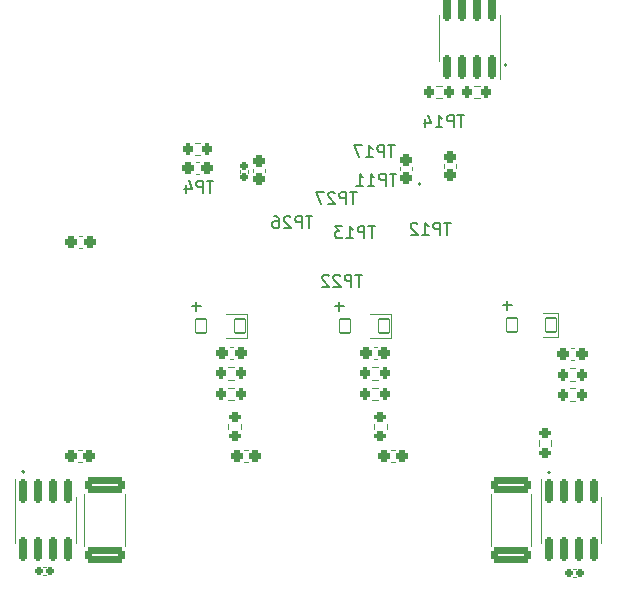
<source format=gbo>
G04 #@! TF.GenerationSoftware,KiCad,Pcbnew,(6.0.2)*
G04 #@! TF.CreationDate,2022-07-31T17:20:06+02:00*
G04 #@! TF.ProjectId,progetto_motor_controller,70726f67-6574-4746-9f5f-6d6f746f725f,rev?*
G04 #@! TF.SameCoordinates,Original*
G04 #@! TF.FileFunction,Legend,Bot*
G04 #@! TF.FilePolarity,Positive*
%FSLAX46Y46*%
G04 Gerber Fmt 4.6, Leading zero omitted, Abs format (unit mm)*
G04 Created by KiCad (PCBNEW (6.0.2)) date 2022-07-31 17:20:06*
%MOMM*%
%LPD*%
G01*
G04 APERTURE LIST*
G04 Aperture macros list*
%AMRoundRect*
0 Rectangle with rounded corners*
0 $1 Rounding radius*
0 $2 $3 $4 $5 $6 $7 $8 $9 X,Y pos of 4 corners*
0 Add a 4 corners polygon primitive as box body*
4,1,4,$2,$3,$4,$5,$6,$7,$8,$9,$2,$3,0*
0 Add four circle primitives for the rounded corners*
1,1,$1+$1,$2,$3*
1,1,$1+$1,$4,$5*
1,1,$1+$1,$6,$7*
1,1,$1+$1,$8,$9*
0 Add four rect primitives between the rounded corners*
20,1,$1+$1,$2,$3,$4,$5,0*
20,1,$1+$1,$4,$5,$6,$7,0*
20,1,$1+$1,$6,$7,$8,$9,0*
20,1,$1+$1,$8,$9,$2,$3,0*%
%AMFreePoly0*
4,1,14,0.124905,0.140800,0.304905,-0.034700,0.320000,-0.070500,0.320000,-0.105000,0.305355,-0.140355,0.270000,-0.155000,-0.090000,-0.155000,-0.125355,-0.140355,-0.140000,-0.105000,-0.140000,0.105000,-0.125355,0.140355,-0.090000,0.155000,0.090000,0.155000,0.124905,0.140800,0.124905,0.140800,$1*%
%AMFreePoly1*
4,1,14,0.125355,0.140355,0.140000,0.105000,0.140000,-0.105000,0.125355,-0.140355,0.090000,-0.155000,-0.270000,-0.155000,-0.305355,-0.140355,-0.320000,-0.105000,-0.320000,-0.070500,-0.304905,-0.034700,-0.124905,0.140800,-0.090000,0.155000,0.090000,0.155000,0.125355,0.140355,0.125355,0.140355,$1*%
G04 Aperture macros list end*
%ADD10C,0.200000*%
%ADD11C,0.153000*%
%ADD12C,0.150000*%
%ADD13C,0.120000*%
%ADD14C,0.000000*%
%ADD15O,1.350000X1.050000*%
%ADD16O,0.990000X1.650000*%
%ADD17C,0.900000*%
%ADD18C,6.500000*%
%ADD19RoundRect,0.050000X1.200000X-1.200000X1.200000X1.200000X-1.200000X1.200000X-1.200000X-1.200000X0*%
%ADD20C,2.500000*%
%ADD21RoundRect,0.050000X-1.300000X-1.300000X1.300000X-1.300000X1.300000X1.300000X-1.300000X1.300000X0*%
%ADD22C,2.700000*%
%ADD23RoundRect,0.050000X-0.850000X0.850000X-0.850000X-0.850000X0.850000X-0.850000X0.850000X0.850000X0*%
%ADD24O,1.800000X1.800000*%
%ADD25C,1.100000*%
%ADD26RoundRect,0.275000X0.225000X0.250000X-0.225000X0.250000X-0.225000X-0.250000X0.225000X-0.250000X0*%
%ADD27RoundRect,0.275000X0.250000X-0.225000X0.250000X0.225000X-0.250000X0.225000X-0.250000X-0.225000X0*%
%ADD28RoundRect,0.300000X1.425000X-0.362500X1.425000X0.362500X-1.425000X0.362500X-1.425000X-0.362500X0*%
%ADD29RoundRect,0.050000X0.450000X0.600000X-0.450000X0.600000X-0.450000X-0.600000X0.450000X-0.600000X0*%
%ADD30RoundRect,0.200000X-0.150000X0.825000X-0.150000X-0.825000X0.150000X-0.825000X0.150000X0.825000X0*%
%ADD31RoundRect,0.250000X-0.200000X-0.275000X0.200000X-0.275000X0.200000X0.275000X-0.200000X0.275000X0*%
%ADD32RoundRect,0.250000X0.200000X0.275000X-0.200000X0.275000X-0.200000X-0.275000X0.200000X-0.275000X0*%
%ADD33RoundRect,0.250000X0.275000X-0.200000X0.275000X0.200000X-0.275000X0.200000X-0.275000X-0.200000X0*%
%ADD34FreePoly0,0.000000*%
%ADD35FreePoly1,180.000000*%
%ADD36FreePoly0,180.000000*%
%ADD37FreePoly1,0.000000*%
%ADD38RoundRect,0.050000X-0.339411X0.000000X0.000000X-0.339411X0.339411X0.000000X0.000000X0.339411X0*%
%ADD39RoundRect,0.200000X0.150000X-0.825000X0.150000X0.825000X-0.150000X0.825000X-0.150000X-0.825000X0*%
%ADD40RoundRect,0.275000X-0.225000X-0.250000X0.225000X-0.250000X0.225000X0.250000X-0.225000X0.250000X0*%
%ADD41RoundRect,0.190000X0.140000X0.170000X-0.140000X0.170000X-0.140000X-0.170000X0.140000X-0.170000X0*%
%ADD42RoundRect,0.190000X-0.140000X-0.170000X0.140000X-0.170000X0.140000X0.170000X-0.140000X0.170000X0*%
%ADD43RoundRect,0.190000X0.170000X-0.140000X0.170000X0.140000X-0.170000X0.140000X-0.170000X-0.140000X0*%
G04 APERTURE END LIST*
D10*
X125550000Y-102100000D02*
G75*
G03*
X125550000Y-102100000I-100000J0D01*
G01*
X92000000Y-126500000D02*
G75*
G03*
X92000000Y-126500000I-100000J0D01*
G01*
X132850000Y-92050000D02*
G75*
G03*
X132850000Y-92050000I-100000J0D01*
G01*
X136500000Y-126550000D02*
G75*
G03*
X136500000Y-126550000I-100000J0D01*
G01*
D11*
X132519047Y-112371428D02*
X133280952Y-112371428D01*
X132900000Y-112752380D02*
X132900000Y-111990476D01*
X106169047Y-112471428D02*
X106930952Y-112471428D01*
X106550000Y-112852380D02*
X106550000Y-112090476D01*
X118269047Y-112471428D02*
X119030952Y-112471428D01*
X118650000Y-112852380D02*
X118650000Y-112090476D01*
X108011904Y-101852380D02*
X107440476Y-101852380D01*
X107726190Y-102852380D02*
X107726190Y-101852380D01*
X107107142Y-102852380D02*
X107107142Y-101852380D01*
X106726190Y-101852380D01*
X106630952Y-101900000D01*
X106583333Y-101947619D01*
X106535714Y-102042857D01*
X106535714Y-102185714D01*
X106583333Y-102280952D01*
X106630952Y-102328571D01*
X106726190Y-102376190D01*
X107107142Y-102376190D01*
X105678571Y-102185714D02*
X105678571Y-102852380D01*
X105916666Y-101804761D02*
X106154761Y-102519047D01*
X105535714Y-102519047D01*
X123488095Y-101252380D02*
X122916666Y-101252380D01*
X123202380Y-102252380D02*
X123202380Y-101252380D01*
X122583333Y-102252380D02*
X122583333Y-101252380D01*
X122202380Y-101252380D01*
X122107142Y-101300000D01*
X122059523Y-101347619D01*
X122011904Y-101442857D01*
X122011904Y-101585714D01*
X122059523Y-101680952D01*
X122107142Y-101728571D01*
X122202380Y-101776190D01*
X122583333Y-101776190D01*
X121059523Y-102252380D02*
X121630952Y-102252380D01*
X121345238Y-102252380D02*
X121345238Y-101252380D01*
X121440476Y-101395238D01*
X121535714Y-101490476D01*
X121630952Y-101538095D01*
X120107142Y-102252380D02*
X120678571Y-102252380D01*
X120392857Y-102252380D02*
X120392857Y-101252380D01*
X120488095Y-101395238D01*
X120583333Y-101490476D01*
X120678571Y-101538095D01*
D12*
X116388095Y-104852380D02*
X115816666Y-104852380D01*
X116102380Y-105852380D02*
X116102380Y-104852380D01*
X115483333Y-105852380D02*
X115483333Y-104852380D01*
X115102380Y-104852380D01*
X115007142Y-104900000D01*
X114959523Y-104947619D01*
X114911904Y-105042857D01*
X114911904Y-105185714D01*
X114959523Y-105280952D01*
X115007142Y-105328571D01*
X115102380Y-105376190D01*
X115483333Y-105376190D01*
X114530952Y-104947619D02*
X114483333Y-104900000D01*
X114388095Y-104852380D01*
X114150000Y-104852380D01*
X114054761Y-104900000D01*
X114007142Y-104947619D01*
X113959523Y-105042857D01*
X113959523Y-105138095D01*
X114007142Y-105280952D01*
X114578571Y-105852380D01*
X113959523Y-105852380D01*
X113102380Y-104852380D02*
X113292857Y-104852380D01*
X113388095Y-104900000D01*
X113435714Y-104947619D01*
X113530952Y-105090476D01*
X113578571Y-105280952D01*
X113578571Y-105661904D01*
X113530952Y-105757142D01*
X113483333Y-105804761D01*
X113388095Y-105852380D01*
X113197619Y-105852380D01*
X113102380Y-105804761D01*
X113054761Y-105757142D01*
X113007142Y-105661904D01*
X113007142Y-105423809D01*
X113054761Y-105328571D01*
X113102380Y-105280952D01*
X113197619Y-105233333D01*
X113388095Y-105233333D01*
X113483333Y-105280952D01*
X113530952Y-105328571D01*
X113578571Y-105423809D01*
X123338095Y-98852380D02*
X122766666Y-98852380D01*
X123052380Y-99852380D02*
X123052380Y-98852380D01*
X122433333Y-99852380D02*
X122433333Y-98852380D01*
X122052380Y-98852380D01*
X121957142Y-98900000D01*
X121909523Y-98947619D01*
X121861904Y-99042857D01*
X121861904Y-99185714D01*
X121909523Y-99280952D01*
X121957142Y-99328571D01*
X122052380Y-99376190D01*
X122433333Y-99376190D01*
X120909523Y-99852380D02*
X121480952Y-99852380D01*
X121195238Y-99852380D02*
X121195238Y-98852380D01*
X121290476Y-98995238D01*
X121385714Y-99090476D01*
X121480952Y-99138095D01*
X120576190Y-98852380D02*
X119909523Y-98852380D01*
X120338095Y-99852380D01*
D11*
X129238095Y-96302380D02*
X128666666Y-96302380D01*
X128952380Y-97302380D02*
X128952380Y-96302380D01*
X128333333Y-97302380D02*
X128333333Y-96302380D01*
X127952380Y-96302380D01*
X127857142Y-96350000D01*
X127809523Y-96397619D01*
X127761904Y-96492857D01*
X127761904Y-96635714D01*
X127809523Y-96730952D01*
X127857142Y-96778571D01*
X127952380Y-96826190D01*
X128333333Y-96826190D01*
X126809523Y-97302380D02*
X127380952Y-97302380D01*
X127095238Y-97302380D02*
X127095238Y-96302380D01*
X127190476Y-96445238D01*
X127285714Y-96540476D01*
X127380952Y-96588095D01*
X125952380Y-96635714D02*
X125952380Y-97302380D01*
X126190476Y-96254761D02*
X126428571Y-96969047D01*
X125809523Y-96969047D01*
X121688095Y-105702380D02*
X121116666Y-105702380D01*
X121402380Y-106702380D02*
X121402380Y-105702380D01*
X120783333Y-106702380D02*
X120783333Y-105702380D01*
X120402380Y-105702380D01*
X120307142Y-105750000D01*
X120259523Y-105797619D01*
X120211904Y-105892857D01*
X120211904Y-106035714D01*
X120259523Y-106130952D01*
X120307142Y-106178571D01*
X120402380Y-106226190D01*
X120783333Y-106226190D01*
X119259523Y-106702380D02*
X119830952Y-106702380D01*
X119545238Y-106702380D02*
X119545238Y-105702380D01*
X119640476Y-105845238D01*
X119735714Y-105940476D01*
X119830952Y-105988095D01*
X118926190Y-105702380D02*
X118307142Y-105702380D01*
X118640476Y-106083333D01*
X118497619Y-106083333D01*
X118402380Y-106130952D01*
X118354761Y-106178571D01*
X118307142Y-106273809D01*
X118307142Y-106511904D01*
X118354761Y-106607142D01*
X118402380Y-106654761D01*
X118497619Y-106702380D01*
X118783333Y-106702380D01*
X118878571Y-106654761D01*
X118926190Y-106607142D01*
X120138095Y-102802380D02*
X119566666Y-102802380D01*
X119852380Y-103802380D02*
X119852380Y-102802380D01*
X119233333Y-103802380D02*
X119233333Y-102802380D01*
X118852380Y-102802380D01*
X118757142Y-102850000D01*
X118709523Y-102897619D01*
X118661904Y-102992857D01*
X118661904Y-103135714D01*
X118709523Y-103230952D01*
X118757142Y-103278571D01*
X118852380Y-103326190D01*
X119233333Y-103326190D01*
X118280952Y-102897619D02*
X118233333Y-102850000D01*
X118138095Y-102802380D01*
X117900000Y-102802380D01*
X117804761Y-102850000D01*
X117757142Y-102897619D01*
X117709523Y-102992857D01*
X117709523Y-103088095D01*
X117757142Y-103230952D01*
X118328571Y-103802380D01*
X117709523Y-103802380D01*
X117376190Y-102802380D02*
X116709523Y-102802380D01*
X117138095Y-103802380D01*
X120588095Y-109802380D02*
X120016666Y-109802380D01*
X120302380Y-110802380D02*
X120302380Y-109802380D01*
X119683333Y-110802380D02*
X119683333Y-109802380D01*
X119302380Y-109802380D01*
X119207142Y-109850000D01*
X119159523Y-109897619D01*
X119111904Y-109992857D01*
X119111904Y-110135714D01*
X119159523Y-110230952D01*
X119207142Y-110278571D01*
X119302380Y-110326190D01*
X119683333Y-110326190D01*
X118730952Y-109897619D02*
X118683333Y-109850000D01*
X118588095Y-109802380D01*
X118350000Y-109802380D01*
X118254761Y-109850000D01*
X118207142Y-109897619D01*
X118159523Y-109992857D01*
X118159523Y-110088095D01*
X118207142Y-110230952D01*
X118778571Y-110802380D01*
X118159523Y-110802380D01*
X117778571Y-109897619D02*
X117730952Y-109850000D01*
X117635714Y-109802380D01*
X117397619Y-109802380D01*
X117302380Y-109850000D01*
X117254761Y-109897619D01*
X117207142Y-109992857D01*
X117207142Y-110088095D01*
X117254761Y-110230952D01*
X117826190Y-110802380D01*
X117207142Y-110802380D01*
X128088095Y-105402380D02*
X127516666Y-105402380D01*
X127802380Y-106402380D02*
X127802380Y-105402380D01*
X127183333Y-106402380D02*
X127183333Y-105402380D01*
X126802380Y-105402380D01*
X126707142Y-105450000D01*
X126659523Y-105497619D01*
X126611904Y-105592857D01*
X126611904Y-105735714D01*
X126659523Y-105830952D01*
X126707142Y-105878571D01*
X126802380Y-105926190D01*
X127183333Y-105926190D01*
X125659523Y-106402380D02*
X126230952Y-106402380D01*
X125945238Y-106402380D02*
X125945238Y-105402380D01*
X126040476Y-105545238D01*
X126135714Y-105640476D01*
X126230952Y-105688095D01*
X125278571Y-105497619D02*
X125230952Y-105450000D01*
X125135714Y-105402380D01*
X124897619Y-105402380D01*
X124802380Y-105450000D01*
X124754761Y-105497619D01*
X124707142Y-105592857D01*
X124707142Y-105688095D01*
X124754761Y-105830952D01*
X125326190Y-106402380D01*
X124707142Y-106402380D01*
D13*
X121840580Y-115890000D02*
X121559420Y-115890000D01*
X121840580Y-116910000D02*
X121559420Y-116910000D01*
X127490000Y-100740580D02*
X127490000Y-100459420D01*
X128510000Y-100740580D02*
X128510000Y-100459420D01*
X97090000Y-132727064D02*
X97090000Y-128372936D01*
X100510000Y-132727064D02*
X100510000Y-128372936D01*
X123340580Y-125660000D02*
X123059420Y-125660000D01*
X123340580Y-124640000D02*
X123059420Y-124640000D01*
X110850000Y-113150000D02*
X110850000Y-115150000D01*
X110850000Y-115150000D02*
X109100000Y-115150000D01*
X110850000Y-113150000D02*
X109100000Y-113150000D01*
X137150000Y-113050000D02*
X135900000Y-113050000D01*
X137150000Y-115050000D02*
X135900000Y-115050000D01*
X137150000Y-113050000D02*
X137150000Y-115050000D01*
X112410000Y-101090580D02*
X112410000Y-100809420D01*
X111390000Y-101090580D02*
X111390000Y-100809420D01*
X135740000Y-130550000D02*
X135740000Y-127100000D01*
X135740000Y-130550000D02*
X135740000Y-132500000D01*
X140860000Y-130550000D02*
X140860000Y-132500000D01*
X140860000Y-130550000D02*
X140860000Y-128600000D01*
X106412742Y-99672500D02*
X106887258Y-99672500D01*
X106412742Y-98627500D02*
X106887258Y-98627500D01*
X121937258Y-120422500D02*
X121462742Y-120422500D01*
X121937258Y-119377500D02*
X121462742Y-119377500D01*
X130062742Y-94872500D02*
X130537258Y-94872500D01*
X130062742Y-93827500D02*
X130537258Y-93827500D01*
X138540580Y-117060000D02*
X138259420Y-117060000D01*
X138540580Y-116040000D02*
X138259420Y-116040000D01*
X110915580Y-125660000D02*
X110634420Y-125660000D01*
X110915580Y-124640000D02*
X110634420Y-124640000D01*
X110322500Y-122887258D02*
X110322500Y-122412742D01*
X109277500Y-122887258D02*
X109277500Y-122412742D01*
X126862742Y-93827500D02*
X127337258Y-93827500D01*
X126862742Y-94872500D02*
X127337258Y-94872500D01*
X109737258Y-120422500D02*
X109262742Y-120422500D01*
X109737258Y-119377500D02*
X109262742Y-119377500D01*
X124810000Y-100965580D02*
X124810000Y-100684420D01*
X123790000Y-100965580D02*
X123790000Y-100684420D01*
X138162742Y-120472500D02*
X138637258Y-120472500D01*
X138162742Y-119427500D02*
X138637258Y-119427500D01*
X121937258Y-117627500D02*
X121462742Y-117627500D01*
X121937258Y-118672500D02*
X121462742Y-118672500D01*
X131490000Y-132727064D02*
X131490000Y-128372936D01*
X134910000Y-132727064D02*
X134910000Y-128372936D01*
X121627500Y-122887258D02*
X121627500Y-122412742D01*
X122672500Y-122887258D02*
X122672500Y-122412742D01*
X132260000Y-89750000D02*
X132260000Y-87800000D01*
X132260000Y-89750000D02*
X132260000Y-93200000D01*
X127140000Y-89750000D02*
X127140000Y-91700000D01*
X127140000Y-89750000D02*
X127140000Y-87800000D01*
X96609420Y-107510000D02*
X96890580Y-107510000D01*
X96609420Y-106490000D02*
X96890580Y-106490000D01*
X138707836Y-134690000D02*
X138492164Y-134690000D01*
X138707836Y-135410000D02*
X138492164Y-135410000D01*
X93612164Y-135260000D02*
X93827836Y-135260000D01*
X93612164Y-134540000D02*
X93827836Y-134540000D01*
X136622500Y-124287258D02*
X136622500Y-123812742D01*
X135577500Y-124287258D02*
X135577500Y-123812742D01*
X96360000Y-130550000D02*
X96360000Y-128600000D01*
X96360000Y-130550000D02*
X96360000Y-132500000D01*
X91240000Y-130550000D02*
X91240000Y-127100000D01*
X91240000Y-130550000D02*
X91240000Y-132500000D01*
X109665580Y-116910000D02*
X109384420Y-116910000D01*
X109665580Y-115890000D02*
X109384420Y-115890000D01*
X109737258Y-117627500D02*
X109262742Y-117627500D01*
X109737258Y-118672500D02*
X109262742Y-118672500D01*
X123050000Y-113150000D02*
X123050000Y-115150000D01*
X123050000Y-113150000D02*
X121300000Y-113150000D01*
X123050000Y-115150000D02*
X121300000Y-115150000D01*
X106790580Y-101310000D02*
X106509420Y-101310000D01*
X106790580Y-100290000D02*
X106509420Y-100290000D01*
X110240000Y-101157836D02*
X110240000Y-100942164D01*
X110960000Y-101157836D02*
X110960000Y-100942164D01*
X96840580Y-125660000D02*
X96559420Y-125660000D01*
X96840580Y-124640000D02*
X96559420Y-124640000D01*
X138162742Y-118772500D02*
X138637258Y-118772500D01*
X138162742Y-117727500D02*
X138637258Y-117727500D01*
%LPC*%
D14*
G36*
X135350000Y-120900000D02*
G01*
X123200000Y-120900000D01*
X123200000Y-113150000D01*
X135350000Y-113150000D01*
X135350000Y-120900000D01*
G37*
G36*
X108700000Y-120900000D02*
G01*
X96950000Y-120900000D01*
X96950000Y-114250000D01*
X108700000Y-114250000D01*
X108700000Y-120900000D01*
G37*
G36*
X110700000Y-143350000D02*
G01*
X110150000Y-143350000D01*
X105300000Y-138500000D01*
X105300000Y-130900000D01*
X110700000Y-130900000D01*
X110700000Y-143350000D01*
G37*
G36*
X126700000Y-138550000D02*
G01*
X121850000Y-143350000D01*
X121300000Y-143350000D01*
X121300000Y-130900000D01*
X126700000Y-130900000D01*
X126700000Y-138550000D01*
G37*
G36*
X121000000Y-130400000D02*
G01*
X111000000Y-130400000D01*
X111000000Y-121150000D01*
X121000000Y-121150000D01*
X121000000Y-130400000D01*
G37*
G36*
X108550000Y-130150000D02*
G01*
X104950000Y-130150000D01*
X104675000Y-130450000D01*
X100650000Y-130450000D01*
X100650000Y-128250000D01*
X96950000Y-128250000D01*
X96950000Y-121150000D01*
X108550006Y-121149167D01*
X108550000Y-130150000D01*
G37*
G36*
X135350000Y-121157530D02*
G01*
X135350029Y-128250001D01*
X131300000Y-128250000D01*
X131300000Y-130454774D01*
X123500000Y-130449921D01*
X123496304Y-121152007D01*
X135350000Y-121157530D01*
G37*
G36*
X120900000Y-120900000D02*
G01*
X111000000Y-120900000D01*
X111000000Y-114250000D01*
X120900000Y-114250000D01*
X120900000Y-120900000D01*
G37*
D15*
X136400000Y-80950000D03*
D16*
X130400000Y-78250000D03*
D15*
X131400000Y-80950000D03*
D16*
X137400000Y-78250000D03*
D17*
X87302944Y-144302944D03*
X89000000Y-143600000D03*
X91400000Y-146000000D03*
X90697056Y-147697056D03*
X87302944Y-147697056D03*
X89000000Y-148400000D03*
X86600000Y-146000000D03*
D18*
X89000000Y-146000000D03*
D17*
X90697056Y-144302944D03*
D19*
X144000000Y-115550000D03*
D20*
X144000000Y-112050000D03*
D21*
X111000000Y-147150000D03*
D22*
X116000000Y-147150000D03*
X121000000Y-147150000D03*
D23*
X100450000Y-81900000D03*
D24*
X97910000Y-81900000D03*
X95370000Y-81900000D03*
D17*
X141302944Y-144302944D03*
X144697056Y-144302944D03*
X143000000Y-143600000D03*
X141302944Y-147697056D03*
D18*
X143000000Y-146000000D03*
D17*
X140600000Y-146000000D03*
X145400000Y-146000000D03*
X144697056Y-147697056D03*
X143000000Y-148400000D03*
X141302944Y-84697056D03*
X141302944Y-81302944D03*
X143000000Y-80600000D03*
X144697056Y-81302944D03*
X143000000Y-85400000D03*
D18*
X143000000Y-83000000D03*
D17*
X140600000Y-83000000D03*
X144697056Y-84697056D03*
X145400000Y-83000000D03*
X90697056Y-84697056D03*
X89000000Y-80600000D03*
X90697056Y-81302944D03*
D18*
X89000000Y-83000000D03*
D17*
X91400000Y-83000000D03*
X89000000Y-85400000D03*
X86600000Y-83000000D03*
X87302944Y-81302944D03*
X87302944Y-84697056D03*
D25*
X108550000Y-102650000D03*
D26*
X122475000Y-116400000D03*
X120925000Y-116400000D03*
D25*
X122650000Y-102950000D03*
D27*
X128000000Y-101375000D03*
X128000000Y-99825000D03*
D28*
X98800000Y-133512500D03*
X98800000Y-127587500D03*
D26*
X123975000Y-125150000D03*
X122425000Y-125150000D03*
D29*
X110250000Y-114150000D03*
X106950000Y-114150000D03*
X136550000Y-114050000D03*
X133250000Y-114050000D03*
D27*
X111900000Y-101725000D03*
X111900000Y-100175000D03*
D30*
X136395000Y-128075000D03*
X137665000Y-128075000D03*
X138935000Y-128075000D03*
X140205000Y-128075000D03*
X140205000Y-133025000D03*
X138935000Y-133025000D03*
X137665000Y-133025000D03*
X136395000Y-133025000D03*
D31*
X105825000Y-99150000D03*
X107475000Y-99150000D03*
D32*
X122525000Y-119900000D03*
X120875000Y-119900000D03*
D25*
X114650000Y-106500000D03*
X122100000Y-100500000D03*
D31*
X129475000Y-94350000D03*
X131125000Y-94350000D03*
D26*
X139175000Y-116550000D03*
X137625000Y-116550000D03*
X111550000Y-125150000D03*
X110000000Y-125150000D03*
D33*
X109800000Y-123475000D03*
X109800000Y-121825000D03*
D31*
X126275000Y-94350000D03*
X127925000Y-94350000D03*
D25*
X127300000Y-95650000D03*
D32*
X110325000Y-119900000D03*
X108675000Y-119900000D03*
D27*
X124300000Y-101600000D03*
X124300000Y-100050000D03*
D34*
X125380000Y-101525000D03*
D35*
X125380000Y-100875000D03*
D36*
X126420000Y-100875000D03*
D37*
X126420000Y-101525000D03*
D38*
X125900000Y-101200000D03*
D25*
X121050000Y-107350000D03*
D31*
X137575000Y-119950000D03*
X139225000Y-119950000D03*
D32*
X122525000Y-118150000D03*
X120875000Y-118150000D03*
D28*
X133200000Y-133512500D03*
X133200000Y-127587500D03*
D33*
X122150000Y-123475000D03*
X122150000Y-121825000D03*
D39*
X131605000Y-92225000D03*
X130335000Y-92225000D03*
X129065000Y-92225000D03*
X127795000Y-92225000D03*
X127795000Y-87275000D03*
X129065000Y-87275000D03*
X130335000Y-87275000D03*
X131605000Y-87275000D03*
D40*
X95975000Y-107000000D03*
X97525000Y-107000000D03*
D25*
X116150000Y-103550000D03*
X118400000Y-109100000D03*
D41*
X139080000Y-135050000D03*
X138120000Y-135050000D03*
D42*
X93240000Y-134900000D03*
X94200000Y-134900000D03*
D33*
X136100000Y-124875000D03*
X136100000Y-123225000D03*
D30*
X91895000Y-128075000D03*
X93165000Y-128075000D03*
X94435000Y-128075000D03*
X95705000Y-128075000D03*
X95705000Y-133025000D03*
X94435000Y-133025000D03*
X93165000Y-133025000D03*
X91895000Y-133025000D03*
D26*
X110300000Y-116400000D03*
X108750000Y-116400000D03*
D25*
X123800000Y-105950000D03*
D32*
X110325000Y-118150000D03*
X108675000Y-118150000D03*
D29*
X122450000Y-114150000D03*
X119150000Y-114150000D03*
D26*
X107425000Y-100800000D03*
X105875000Y-100800000D03*
D43*
X110600000Y-101530000D03*
X110600000Y-100570000D03*
D26*
X97475000Y-125150000D03*
X95925000Y-125150000D03*
D31*
X137575000Y-118250000D03*
X139225000Y-118250000D03*
M02*

</source>
